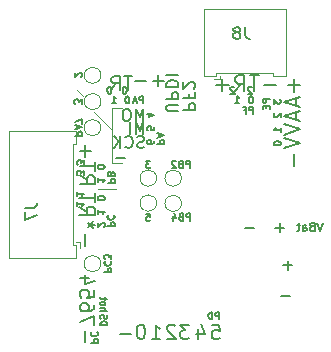
<source format=gbr>
G04 #@! TF.GenerationSoftware,KiCad,Pcbnew,(5.1.8-0-10_14)*
G04 #@! TF.CreationDate,2021-11-26T07:07:57-05:00*
G04 #@! TF.ProjectId,4809Rc,34383039-5263-42e6-9b69-6361645f7063,rev?*
G04 #@! TF.SameCoordinates,Original*
G04 #@! TF.FileFunction,Legend,Bot*
G04 #@! TF.FilePolarity,Positive*
%FSLAX46Y46*%
G04 Gerber Fmt 4.6, Leading zero omitted, Abs format (unit mm)*
G04 Created by KiCad (PCBNEW (5.1.8-0-10_14)) date 2021-11-26 07:07:57*
%MOMM*%
%LPD*%
G01*
G04 APERTURE LIST*
%ADD10C,0.120000*%
%ADD11C,0.150000*%
G04 APERTURE END LIST*
D10*
X149019260Y-93741240D02*
X150555960Y-93741240D01*
X150230840Y-86842600D02*
X151119840Y-86842600D01*
X150228300Y-91485720D02*
X151130000Y-91485720D01*
X147751800Y-85867240D02*
X147259040Y-85351620D01*
D11*
X154610920Y-84533094D02*
X153696634Y-84533094D01*
X154153777Y-84990237D02*
X154153777Y-84075951D01*
X153125205Y-84533094D02*
X152210920Y-84533094D01*
X147112071Y-89174585D02*
X147712071Y-89174585D01*
X147712071Y-88946014D01*
X147683500Y-88888871D01*
X147654928Y-88860300D01*
X147597785Y-88831728D01*
X147512071Y-88831728D01*
X147454928Y-88860300D01*
X147426357Y-88888871D01*
X147397785Y-88946014D01*
X147397785Y-89174585D01*
X147283500Y-88603157D02*
X147283500Y-88317442D01*
X147112071Y-88660300D02*
X147712071Y-88460300D01*
X147112071Y-88260300D01*
X156883042Y-96372328D02*
X156883042Y-95772328D01*
X156654471Y-95772328D01*
X156597328Y-95800900D01*
X156568757Y-95829471D01*
X156540185Y-95886614D01*
X156540185Y-95972328D01*
X156568757Y-96029471D01*
X156597328Y-96058042D01*
X156654471Y-96086614D01*
X156883042Y-96086614D01*
X156083042Y-96058042D02*
X155997328Y-96086614D01*
X155968757Y-96115185D01*
X155940185Y-96172328D01*
X155940185Y-96258042D01*
X155968757Y-96315185D01*
X155997328Y-96343757D01*
X156054471Y-96372328D01*
X156283042Y-96372328D01*
X156283042Y-95772328D01*
X156083042Y-95772328D01*
X156025900Y-95800900D01*
X155997328Y-95829471D01*
X155968757Y-95886614D01*
X155968757Y-95943757D01*
X155997328Y-96000900D01*
X156025900Y-96029471D01*
X156083042Y-96058042D01*
X156283042Y-96058042D01*
X153158842Y-95785028D02*
X153444557Y-95785028D01*
X153473128Y-96070742D01*
X153444557Y-96042171D01*
X153387414Y-96013600D01*
X153244557Y-96013600D01*
X153187414Y-96042171D01*
X153158842Y-96070742D01*
X153130271Y-96127885D01*
X153130271Y-96270742D01*
X153158842Y-96327885D01*
X153187414Y-96356457D01*
X153244557Y-96385028D01*
X153387414Y-96385028D01*
X153444557Y-96356457D01*
X153473128Y-96327885D01*
X153483920Y-91317168D02*
X153112491Y-91317168D01*
X153312491Y-91545740D01*
X153226777Y-91545740D01*
X153169634Y-91574311D01*
X153141062Y-91602882D01*
X153112491Y-91660025D01*
X153112491Y-91802882D01*
X153141062Y-91860025D01*
X153169634Y-91888597D01*
X153226777Y-91917168D01*
X153398205Y-91917168D01*
X153455348Y-91888597D01*
X153483920Y-91860025D01*
X155639748Y-91374311D02*
X155611177Y-91345740D01*
X155554034Y-91317168D01*
X155411177Y-91317168D01*
X155354034Y-91345740D01*
X155325462Y-91374311D01*
X155296891Y-91431454D01*
X155296891Y-91488597D01*
X155325462Y-91574311D01*
X155668320Y-91917168D01*
X155296891Y-91917168D01*
X156865262Y-91904468D02*
X156865262Y-91304468D01*
X156636691Y-91304468D01*
X156579548Y-91333040D01*
X156550977Y-91361611D01*
X156522405Y-91418754D01*
X156522405Y-91504468D01*
X156550977Y-91561611D01*
X156579548Y-91590182D01*
X156636691Y-91618754D01*
X156865262Y-91618754D01*
X156065262Y-91590182D02*
X155979548Y-91618754D01*
X155950977Y-91647325D01*
X155922405Y-91704468D01*
X155922405Y-91790182D01*
X155950977Y-91847325D01*
X155979548Y-91875897D01*
X156036691Y-91904468D01*
X156265262Y-91904468D01*
X156265262Y-91304468D01*
X156065262Y-91304468D01*
X156008120Y-91333040D01*
X155979548Y-91361611D01*
X155950977Y-91418754D01*
X155950977Y-91475897D01*
X155979548Y-91533040D01*
X156008120Y-91561611D01*
X156065262Y-91590182D01*
X156265262Y-91590182D01*
X155371814Y-95985028D02*
X155371814Y-96385028D01*
X155514671Y-95756457D02*
X155657528Y-96185028D01*
X155286100Y-96185028D01*
X147696831Y-88203380D02*
X147696831Y-87803380D01*
X147096831Y-88060522D01*
X147647308Y-84207328D02*
X147675880Y-84178757D01*
X147704451Y-84121614D01*
X147704451Y-83978757D01*
X147675880Y-83921614D01*
X147647308Y-83893042D01*
X147590165Y-83864471D01*
X147533022Y-83864471D01*
X147447308Y-83893042D01*
X147104451Y-84235900D01*
X147104451Y-83864471D01*
X147663811Y-86496500D02*
X147663811Y-86125071D01*
X147435240Y-86325071D01*
X147435240Y-86239357D01*
X147406668Y-86182214D01*
X147378097Y-86153642D01*
X147320954Y-86125071D01*
X147178097Y-86125071D01*
X147120954Y-86153642D01*
X147092382Y-86182214D01*
X147063811Y-86239357D01*
X147063811Y-86410785D01*
X147092382Y-86467928D01*
X147120954Y-86496500D01*
X151572943Y-85853628D02*
X151515800Y-85853628D01*
X151458657Y-85882200D01*
X151430086Y-85910771D01*
X151401514Y-85967914D01*
X151372943Y-86082200D01*
X151372943Y-86225057D01*
X151401514Y-86339342D01*
X151430086Y-86396485D01*
X151458657Y-86425057D01*
X151515800Y-86453628D01*
X151572943Y-86453628D01*
X151630086Y-86425057D01*
X151658657Y-86396485D01*
X151687229Y-86339342D01*
X151715800Y-86225057D01*
X151715800Y-86082200D01*
X151687229Y-85967914D01*
X151658657Y-85910771D01*
X151630086Y-85882200D01*
X151572943Y-85853628D01*
X150217243Y-86453628D02*
X150560100Y-86453628D01*
X150388672Y-86453628D02*
X150388672Y-85853628D01*
X150445814Y-85939342D01*
X150502957Y-85996485D01*
X150560100Y-86025057D01*
X152900645Y-86453628D02*
X152900645Y-85853628D01*
X152672074Y-85853628D01*
X152614931Y-85882200D01*
X152586360Y-85910771D01*
X152557788Y-85967914D01*
X152557788Y-86053628D01*
X152586360Y-86110771D01*
X152614931Y-86139342D01*
X152672074Y-86167914D01*
X152900645Y-86167914D01*
X152329217Y-86282200D02*
X152043502Y-86282200D01*
X152386360Y-86453628D02*
X152186360Y-85853628D01*
X151986360Y-86453628D01*
X165315852Y-102725528D02*
X164553947Y-102725528D01*
X165493652Y-100147428D02*
X164731747Y-100147428D01*
X165112700Y-100528380D02*
X165112700Y-99766476D01*
X162096428Y-85085271D02*
X162067857Y-85056700D01*
X162010714Y-85028128D01*
X161867857Y-85028128D01*
X161810714Y-85056700D01*
X161782142Y-85085271D01*
X161753571Y-85142414D01*
X161753571Y-85199557D01*
X161782142Y-85285271D01*
X162125000Y-85628128D01*
X161753571Y-85628128D01*
X160597828Y-85085271D02*
X160569257Y-85056700D01*
X160512114Y-85028128D01*
X160369257Y-85028128D01*
X160312114Y-85056700D01*
X160283542Y-85085271D01*
X160254971Y-85142414D01*
X160254971Y-85199557D01*
X160283542Y-85285271D01*
X160626400Y-85628128D01*
X160254971Y-85628128D01*
X162186885Y-87329928D02*
X162186885Y-86729928D01*
X161958314Y-86729928D01*
X161901171Y-86758500D01*
X161872600Y-86787071D01*
X161844028Y-86844214D01*
X161844028Y-86929928D01*
X161872600Y-86987071D01*
X161901171Y-87015642D01*
X161958314Y-87044214D01*
X162186885Y-87044214D01*
X161386885Y-87015642D02*
X161586885Y-87015642D01*
X161586885Y-87329928D02*
X161586885Y-86729928D01*
X161301171Y-86729928D01*
X160694743Y-86415528D02*
X161037600Y-86415528D01*
X160866172Y-86415528D02*
X160866172Y-85815528D01*
X160923314Y-85901242D01*
X160980457Y-85958385D01*
X161037600Y-85986957D01*
X162050443Y-85815528D02*
X161993300Y-85815528D01*
X161936157Y-85844100D01*
X161907586Y-85872671D01*
X161879014Y-85929814D01*
X161850443Y-86044100D01*
X161850443Y-86186957D01*
X161879014Y-86301242D01*
X161907586Y-86358385D01*
X161936157Y-86386957D01*
X161993300Y-86415528D01*
X162050443Y-86415528D01*
X162107586Y-86386957D01*
X162136157Y-86358385D01*
X162164729Y-86301242D01*
X162193300Y-86186957D01*
X162193300Y-86044100D01*
X162164729Y-85929814D01*
X162136157Y-85872671D01*
X162107586Y-85844100D01*
X162050443Y-85815528D01*
X164159485Y-84907028D02*
X163130914Y-84907028D01*
X162680914Y-84071314D02*
X161909485Y-84071314D01*
X162295200Y-85421314D02*
X162295200Y-84071314D01*
X160688057Y-85421314D02*
X161138057Y-84778457D01*
X161459485Y-85421314D02*
X161459485Y-84071314D01*
X160945200Y-84071314D01*
X160816628Y-84135600D01*
X160752342Y-84199885D01*
X160688057Y-84328457D01*
X160688057Y-84521314D01*
X160752342Y-84649885D01*
X160816628Y-84714171D01*
X160945200Y-84778457D01*
X161459485Y-84778457D01*
X160109485Y-84907028D02*
X159080914Y-84907028D01*
X159595200Y-85421314D02*
X159595200Y-84392742D01*
X163920528Y-86121900D02*
X163920528Y-86493328D01*
X164149100Y-86293328D01*
X164149100Y-86379042D01*
X164177671Y-86436185D01*
X164206242Y-86464757D01*
X164263385Y-86493328D01*
X164406242Y-86493328D01*
X164463385Y-86464757D01*
X164491957Y-86436185D01*
X164520528Y-86379042D01*
X164520528Y-86207614D01*
X164491957Y-86150471D01*
X164463385Y-86121900D01*
X163977671Y-87263343D02*
X163949100Y-87291914D01*
X163920528Y-87349057D01*
X163920528Y-87491914D01*
X163949100Y-87549057D01*
X163977671Y-87577629D01*
X164034814Y-87606200D01*
X164091957Y-87606200D01*
X164177671Y-87577629D01*
X164520528Y-87234772D01*
X164520528Y-87606200D01*
X163593428Y-86058428D02*
X162993428Y-86058428D01*
X162993428Y-86287000D01*
X163022000Y-86344142D01*
X163050571Y-86372714D01*
X163107714Y-86401285D01*
X163193428Y-86401285D01*
X163250571Y-86372714D01*
X163279142Y-86344142D01*
X163307714Y-86287000D01*
X163307714Y-86058428D01*
X163279142Y-86658428D02*
X163279142Y-86858428D01*
X163593428Y-86944142D02*
X163593428Y-86658428D01*
X162993428Y-86658428D01*
X162993428Y-86944142D01*
X163920528Y-89819200D02*
X163920528Y-89876343D01*
X163949100Y-89933486D01*
X163977671Y-89962057D01*
X164034814Y-89990629D01*
X164149100Y-90019200D01*
X164291957Y-90019200D01*
X164406242Y-89990629D01*
X164463385Y-89962057D01*
X164491957Y-89933486D01*
X164520528Y-89876343D01*
X164520528Y-89819200D01*
X164491957Y-89762057D01*
X164463385Y-89733486D01*
X164406242Y-89704914D01*
X164291957Y-89676343D01*
X164149100Y-89676343D01*
X164034814Y-89704914D01*
X163977671Y-89733486D01*
X163949100Y-89762057D01*
X163920528Y-89819200D01*
X164520528Y-88863500D02*
X164520528Y-88520643D01*
X164520528Y-88692072D02*
X163920528Y-88692072D01*
X164006242Y-88634929D01*
X164063385Y-88577786D01*
X164091957Y-88520643D01*
X165653628Y-84422914D02*
X165653628Y-85451485D01*
X166167914Y-84937200D02*
X165139342Y-84937200D01*
X165782200Y-86030057D02*
X165782200Y-86672914D01*
X166167914Y-85901485D02*
X164817914Y-86351485D01*
X166167914Y-86801485D01*
X165782200Y-87187200D02*
X165782200Y-87830057D01*
X166167914Y-87058628D02*
X164817914Y-87508628D01*
X166167914Y-87958628D01*
X164817914Y-88215771D02*
X166167914Y-88665771D01*
X164817914Y-89115771D01*
X164817914Y-89372914D02*
X166167914Y-89822914D01*
X164817914Y-90272914D01*
X165653628Y-90722914D02*
X165653628Y-91751485D01*
X162267852Y-96997828D02*
X161505947Y-96997828D01*
X159334142Y-104741628D02*
X159334142Y-104141628D01*
X159105571Y-104141628D01*
X159048428Y-104170200D01*
X159019857Y-104198771D01*
X158991285Y-104255914D01*
X158991285Y-104341628D01*
X159019857Y-104398771D01*
X159048428Y-104427342D01*
X159105571Y-104455914D01*
X159334142Y-104455914D01*
X158734142Y-104741628D02*
X158734142Y-104141628D01*
X158591285Y-104141628D01*
X158505571Y-104170200D01*
X158448428Y-104227342D01*
X158419857Y-104284485D01*
X158391285Y-104398771D01*
X158391285Y-104484485D01*
X158419857Y-104598771D01*
X158448428Y-104655914D01*
X158505571Y-104713057D01*
X158591285Y-104741628D01*
X158734142Y-104741628D01*
X152742800Y-105197357D02*
X152628514Y-105197357D01*
X152514228Y-105254500D01*
X152457085Y-105311642D01*
X152399942Y-105425928D01*
X152342800Y-105654500D01*
X152342800Y-105940214D01*
X152399942Y-106168785D01*
X152457085Y-106283071D01*
X152514228Y-106340214D01*
X152628514Y-106397357D01*
X152742800Y-106397357D01*
X152857085Y-106340214D01*
X152914228Y-106283071D01*
X152971371Y-106168785D01*
X153028514Y-105940214D01*
X153028514Y-105654500D01*
X152971371Y-105425928D01*
X152914228Y-105311642D01*
X152857085Y-105254500D01*
X152742800Y-105197357D01*
X151828514Y-105940214D02*
X150914228Y-105940214D01*
X153631942Y-106397357D02*
X154317657Y-106397357D01*
X153974800Y-106397357D02*
X153974800Y-105197357D01*
X154089085Y-105368785D01*
X154203371Y-105483071D01*
X154317657Y-105540214D01*
X155587657Y-105311642D02*
X155530514Y-105254500D01*
X155416228Y-105197357D01*
X155130514Y-105197357D01*
X155016228Y-105254500D01*
X154959085Y-105311642D01*
X154901942Y-105425928D01*
X154901942Y-105540214D01*
X154959085Y-105711642D01*
X155644800Y-106397357D01*
X154901942Y-106397357D01*
X157505428Y-105597357D02*
X157505428Y-106397357D01*
X157791142Y-105140214D02*
X158076857Y-105997357D01*
X157334000Y-105997357D01*
X156775100Y-105197357D02*
X156032242Y-105197357D01*
X156432242Y-105654500D01*
X156260814Y-105654500D01*
X156146528Y-105711642D01*
X156089385Y-105768785D01*
X156032242Y-105883071D01*
X156032242Y-106168785D01*
X156089385Y-106283071D01*
X156146528Y-106340214D01*
X156260814Y-106397357D01*
X156603671Y-106397357D01*
X156717957Y-106340214D01*
X156775100Y-106283071D01*
X149260911Y-105243802D02*
X149860911Y-105243802D01*
X149860911Y-105100945D01*
X149832340Y-105015231D01*
X149775197Y-104958088D01*
X149718054Y-104929517D01*
X149603768Y-104900945D01*
X149518054Y-104900945D01*
X149403768Y-104929517D01*
X149346625Y-104958088D01*
X149289482Y-105015231D01*
X149260911Y-105100945D01*
X149260911Y-105243802D01*
X149289482Y-104672374D02*
X149260911Y-104586660D01*
X149260911Y-104443802D01*
X149289482Y-104386660D01*
X149318054Y-104358088D01*
X149375197Y-104329517D01*
X149432340Y-104329517D01*
X149489482Y-104358088D01*
X149518054Y-104386660D01*
X149546625Y-104443802D01*
X149575197Y-104558088D01*
X149603768Y-104615231D01*
X149632340Y-104643802D01*
X149689482Y-104672374D01*
X149746625Y-104672374D01*
X149803768Y-104643802D01*
X149832340Y-104615231D01*
X149860911Y-104558088D01*
X149860911Y-104415231D01*
X149832340Y-104329517D01*
X149260911Y-104072374D02*
X149860911Y-104072374D01*
X149260911Y-103815231D02*
X149575197Y-103815231D01*
X149632340Y-103843802D01*
X149660911Y-103900945D01*
X149660911Y-103986660D01*
X149632340Y-104043802D01*
X149603768Y-104072374D01*
X149260911Y-103443802D02*
X149289482Y-103500945D01*
X149318054Y-103529517D01*
X149375197Y-103558088D01*
X149546625Y-103558088D01*
X149603768Y-103529517D01*
X149632340Y-103500945D01*
X149660911Y-103443802D01*
X149660911Y-103358088D01*
X149632340Y-103300945D01*
X149603768Y-103272374D01*
X149546625Y-103243802D01*
X149375197Y-103243802D01*
X149318054Y-103272374D01*
X149289482Y-103300945D01*
X149260911Y-103358088D01*
X149260911Y-103443802D01*
X149660911Y-103072374D02*
X149660911Y-102843802D01*
X149860911Y-102986660D02*
X149346625Y-102986660D01*
X149289482Y-102958088D01*
X149260911Y-102900945D01*
X149260911Y-102843802D01*
X148445571Y-106718042D02*
X149045571Y-106718042D01*
X149045571Y-106489471D01*
X149017000Y-106432328D01*
X148988428Y-106403757D01*
X148931285Y-106375185D01*
X148845571Y-106375185D01*
X148788428Y-106403757D01*
X148759857Y-106432328D01*
X148731285Y-106489471D01*
X148731285Y-106718042D01*
X148502714Y-105775185D02*
X148474142Y-105803757D01*
X148445571Y-105889471D01*
X148445571Y-105946614D01*
X148474142Y-106032328D01*
X148531285Y-106089471D01*
X148588428Y-106118042D01*
X148702714Y-106146614D01*
X148788428Y-106146614D01*
X148902714Y-106118042D01*
X148959857Y-106089471D01*
X149017000Y-106032328D01*
X149045571Y-105946614D01*
X149045571Y-105889471D01*
X149017000Y-105803757D01*
X148988428Y-105775185D01*
X149572628Y-96907328D02*
X149601200Y-96878757D01*
X149629771Y-96821614D01*
X149629771Y-96678757D01*
X149601200Y-96621614D01*
X149572628Y-96593042D01*
X149515485Y-96564471D01*
X149458342Y-96564471D01*
X149372628Y-96593042D01*
X149029771Y-96935900D01*
X149029771Y-96564471D01*
X147976442Y-98528714D02*
X147976442Y-97538238D01*
X148781204Y-96733476D02*
X148471680Y-96733476D01*
X148595490Y-97043000D02*
X148471680Y-96733476D01*
X148595490Y-96423952D01*
X148224061Y-96919190D02*
X148471680Y-96733476D01*
X148224061Y-96547761D01*
X147481204Y-95185857D02*
X148100252Y-95619190D01*
X147481204Y-95928714D02*
X148781204Y-95928714D01*
X148781204Y-95433476D01*
X148719300Y-95309666D01*
X148657395Y-95247761D01*
X148533585Y-95185857D01*
X148347871Y-95185857D01*
X148224061Y-95247761D01*
X148162157Y-95309666D01*
X148100252Y-95433476D01*
X148100252Y-95928714D01*
X148781204Y-94814428D02*
X148781204Y-94071571D01*
X147481204Y-94443000D02*
X148781204Y-94443000D01*
X147277171Y-94811871D02*
X147277171Y-95154728D01*
X147277171Y-94983300D02*
X147877171Y-94983300D01*
X147791457Y-95040442D01*
X147734314Y-95097585D01*
X147705742Y-95154728D01*
X147277171Y-93922871D02*
X147277171Y-94265728D01*
X147277171Y-94094300D02*
X147877171Y-94094300D01*
X147791457Y-94151442D01*
X147734314Y-94208585D01*
X147705742Y-94265728D01*
X149617071Y-94508599D02*
X149617071Y-94451456D01*
X149588500Y-94394313D01*
X149559928Y-94365742D01*
X149502785Y-94337170D01*
X149388500Y-94308599D01*
X149245642Y-94308599D01*
X149131357Y-94337170D01*
X149074214Y-94365742D01*
X149045642Y-94394313D01*
X149017071Y-94451456D01*
X149017071Y-94508599D01*
X149045642Y-94565742D01*
X149074214Y-94594313D01*
X149131357Y-94622885D01*
X149245642Y-94651456D01*
X149388500Y-94651456D01*
X149502785Y-94622885D01*
X149559928Y-94594313D01*
X149588500Y-94565742D01*
X149617071Y-94508599D01*
X149029771Y-95464299D02*
X149029771Y-95807156D01*
X149029771Y-95635728D02*
X149629771Y-95635728D01*
X149544057Y-95692870D01*
X149486914Y-95750013D01*
X149458342Y-95807156D01*
X149855271Y-96878757D02*
X150455271Y-96878757D01*
X150455271Y-96650186D01*
X150426700Y-96593043D01*
X150398128Y-96564472D01*
X150340985Y-96535900D01*
X150255271Y-96535900D01*
X150198128Y-96564472D01*
X150169557Y-96593043D01*
X150140985Y-96650186D01*
X150140985Y-96878757D01*
X149912414Y-95935900D02*
X149883842Y-95964472D01*
X149855271Y-96050186D01*
X149855271Y-96107329D01*
X149883842Y-96193043D01*
X149940985Y-96250186D01*
X149998128Y-96278757D01*
X150112414Y-96307329D01*
X150198128Y-96307329D01*
X150312414Y-96278757D01*
X150369557Y-96250186D01*
X150426700Y-96193043D01*
X150455271Y-96107329D01*
X150455271Y-96050186D01*
X150426700Y-95964472D01*
X150398128Y-95935900D01*
X149029771Y-92809999D02*
X149029771Y-93152856D01*
X149029771Y-92981428D02*
X149629771Y-92981428D01*
X149544057Y-93038570D01*
X149486914Y-93095713D01*
X149458342Y-93152856D01*
X149867971Y-93167142D02*
X150467971Y-93167142D01*
X150467971Y-92938571D01*
X150439400Y-92881428D01*
X150410828Y-92852857D01*
X150353685Y-92824285D01*
X150267971Y-92824285D01*
X150210828Y-92852857D01*
X150182257Y-92881428D01*
X150153685Y-92938571D01*
X150153685Y-93167142D01*
X150182257Y-92367142D02*
X150153685Y-92281428D01*
X150125114Y-92252857D01*
X150067971Y-92224285D01*
X149982257Y-92224285D01*
X149925114Y-92252857D01*
X149896542Y-92281428D01*
X149867971Y-92338571D01*
X149867971Y-92567142D01*
X150467971Y-92567142D01*
X150467971Y-92367142D01*
X150439400Y-92310000D01*
X150410828Y-92281428D01*
X150353685Y-92252857D01*
X150296542Y-92252857D01*
X150239400Y-92281428D01*
X150210828Y-92310000D01*
X150182257Y-92367142D01*
X150182257Y-92567142D01*
X149617071Y-91854299D02*
X149617071Y-91797156D01*
X149588500Y-91740013D01*
X149559928Y-91711442D01*
X149502785Y-91682870D01*
X149388500Y-91654299D01*
X149245642Y-91654299D01*
X149131357Y-91682870D01*
X149074214Y-91711442D01*
X149045642Y-91740013D01*
X149017071Y-91797156D01*
X149017071Y-91854299D01*
X149045642Y-91911442D01*
X149074214Y-91940013D01*
X149131357Y-91968585D01*
X149245642Y-91997156D01*
X149388500Y-91997156D01*
X149502785Y-91968585D01*
X149559928Y-91940013D01*
X149588500Y-91911442D01*
X149617071Y-91854299D01*
X153600451Y-87317242D02*
X153200451Y-87317242D01*
X153829022Y-87460099D02*
X153400451Y-87602956D01*
X153400451Y-87231528D01*
X153800451Y-88418970D02*
X153800451Y-88704685D01*
X153514737Y-88733256D01*
X153543308Y-88704685D01*
X153571880Y-88647542D01*
X153571880Y-88504685D01*
X153543308Y-88447542D01*
X153514737Y-88418970D01*
X153457594Y-88390399D01*
X153314737Y-88390399D01*
X153257594Y-88418970D01*
X153229022Y-88447542D01*
X153200451Y-88504685D01*
X153200451Y-88647542D01*
X153229022Y-88704685D01*
X153257594Y-88733256D01*
X153813151Y-89603242D02*
X153813151Y-89717528D01*
X153784580Y-89774670D01*
X153756008Y-89803242D01*
X153670294Y-89860385D01*
X153556008Y-89888956D01*
X153327437Y-89888956D01*
X153270294Y-89860385D01*
X153241722Y-89831813D01*
X153213151Y-89774670D01*
X153213151Y-89660385D01*
X153241722Y-89603242D01*
X153270294Y-89574670D01*
X153327437Y-89546099D01*
X153470294Y-89546099D01*
X153527437Y-89574670D01*
X153556008Y-89603242D01*
X153584580Y-89660385D01*
X153584580Y-89774670D01*
X153556008Y-89831813D01*
X153527437Y-89860385D01*
X153470294Y-89888956D01*
X154051351Y-89860385D02*
X154651351Y-89860385D01*
X154651351Y-89631814D01*
X154622780Y-89574671D01*
X154594208Y-89546100D01*
X154537065Y-89517528D01*
X154451351Y-89517528D01*
X154394208Y-89546100D01*
X154365637Y-89574671D01*
X154337065Y-89631814D01*
X154337065Y-89860385D01*
X154222780Y-89288957D02*
X154222780Y-89003242D01*
X154051351Y-89346100D02*
X154651351Y-89146100D01*
X154051351Y-88946100D01*
D10*
X150225760Y-86847680D02*
X150225760Y-91473020D01*
D11*
X164833252Y-96972428D02*
X164071347Y-96972428D01*
X164452300Y-97353380D02*
X164452300Y-96591476D01*
X168092300Y-96543066D02*
X167858966Y-97243066D01*
X167625633Y-96543066D01*
X167158966Y-96876400D02*
X167058966Y-96909733D01*
X167025633Y-96943066D01*
X166992300Y-97009733D01*
X166992300Y-97109733D01*
X167025633Y-97176400D01*
X167058966Y-97209733D01*
X167125633Y-97243066D01*
X167392300Y-97243066D01*
X167392300Y-96543066D01*
X167158966Y-96543066D01*
X167092300Y-96576400D01*
X167058966Y-96609733D01*
X167025633Y-96676400D01*
X167025633Y-96743066D01*
X167058966Y-96809733D01*
X167092300Y-96843066D01*
X167158966Y-96876400D01*
X167392300Y-96876400D01*
X166392300Y-97243066D02*
X166392300Y-96876400D01*
X166425633Y-96809733D01*
X166492300Y-96776400D01*
X166625633Y-96776400D01*
X166692300Y-96809733D01*
X166392300Y-97209733D02*
X166458966Y-97243066D01*
X166625633Y-97243066D01*
X166692300Y-97209733D01*
X166725633Y-97143066D01*
X166725633Y-97076400D01*
X166692300Y-97009733D01*
X166625633Y-96976400D01*
X166458966Y-96976400D01*
X166392300Y-96943066D01*
X166158966Y-96776400D02*
X165892300Y-96776400D01*
X166058966Y-96543066D02*
X166058966Y-97143066D01*
X166025633Y-97209733D01*
X165958966Y-97243066D01*
X165892300Y-97243066D01*
D10*
X150230840Y-88704420D02*
X148739860Y-87205820D01*
D11*
X150040971Y-85040828D02*
X149983828Y-85040828D01*
X149926685Y-85069400D01*
X149898114Y-85097971D01*
X149869542Y-85155114D01*
X149840971Y-85269400D01*
X149840971Y-85412257D01*
X149869542Y-85526542D01*
X149898114Y-85583685D01*
X149926685Y-85612257D01*
X149983828Y-85640828D01*
X150040971Y-85640828D01*
X150098114Y-85612257D01*
X150126685Y-85583685D01*
X150155257Y-85526542D01*
X150183828Y-85412257D01*
X150183828Y-85269400D01*
X150155257Y-85155114D01*
X150126685Y-85097971D01*
X150098114Y-85069400D01*
X150040971Y-85040828D01*
X151336371Y-85040828D02*
X151279228Y-85040828D01*
X151222085Y-85069400D01*
X151193514Y-85097971D01*
X151164942Y-85155114D01*
X151136371Y-85269400D01*
X151136371Y-85412257D01*
X151164942Y-85526542D01*
X151193514Y-85583685D01*
X151222085Y-85612257D01*
X151279228Y-85640828D01*
X151336371Y-85640828D01*
X151393514Y-85612257D01*
X151422085Y-85583685D01*
X151450657Y-85526542D01*
X151479228Y-85412257D01*
X151479228Y-85269400D01*
X151450657Y-85155114D01*
X151422085Y-85097971D01*
X151393514Y-85069400D01*
X151336371Y-85040828D01*
X156252919Y-87005966D02*
X157252919Y-87005966D01*
X157252919Y-86625014D01*
X157205300Y-86529776D01*
X157157680Y-86482157D01*
X157062442Y-86434538D01*
X156919585Y-86434538D01*
X156824347Y-86482157D01*
X156776728Y-86529776D01*
X156729109Y-86625014D01*
X156729109Y-87005966D01*
X156776728Y-85672633D02*
X156776728Y-86005966D01*
X156252919Y-86005966D02*
X157252919Y-86005966D01*
X157252919Y-85529776D01*
X157157680Y-85196442D02*
X157205300Y-85148823D01*
X157252919Y-85053585D01*
X157252919Y-84815490D01*
X157205300Y-84720252D01*
X157157680Y-84672633D01*
X157062442Y-84625014D01*
X156967204Y-84625014D01*
X156824347Y-84672633D01*
X156252919Y-85244061D01*
X156252919Y-84625014D01*
X155855919Y-87121809D02*
X155046395Y-87121809D01*
X154951157Y-87074190D01*
X154903538Y-87026571D01*
X154855919Y-86931333D01*
X154855919Y-86740857D01*
X154903538Y-86645619D01*
X154951157Y-86598000D01*
X155046395Y-86550380D01*
X155855919Y-86550380D01*
X154855919Y-86074190D02*
X155855919Y-86074190D01*
X155855919Y-85693238D01*
X155808300Y-85598000D01*
X155760680Y-85550380D01*
X155665442Y-85502761D01*
X155522585Y-85502761D01*
X155427347Y-85550380D01*
X155379728Y-85598000D01*
X155332109Y-85693238D01*
X155332109Y-86074190D01*
X154855919Y-85074190D02*
X155855919Y-85074190D01*
X155855919Y-84836095D01*
X155808300Y-84693238D01*
X155713061Y-84598000D01*
X155617823Y-84550380D01*
X155427347Y-84502761D01*
X155284490Y-84502761D01*
X155094014Y-84550380D01*
X154998776Y-84598000D01*
X154903538Y-84693238D01*
X154855919Y-84836095D01*
X154855919Y-85074190D01*
X154855919Y-84074190D02*
X155855919Y-84074190D01*
X151971257Y-84140757D02*
X151285542Y-84140757D01*
X151628400Y-85340757D02*
X151628400Y-84140757D01*
X150199828Y-85340757D02*
X150599828Y-84769328D01*
X150885542Y-85340757D02*
X150885542Y-84140757D01*
X150428400Y-84140757D01*
X150314114Y-84197900D01*
X150256971Y-84255042D01*
X150199828Y-84369328D01*
X150199828Y-84540757D01*
X150256971Y-84655042D01*
X150314114Y-84712185D01*
X150428400Y-84769328D01*
X150885542Y-84769328D01*
X151368712Y-91117728D02*
X150606807Y-91117728D01*
X152954194Y-90181061D02*
X152811337Y-90228680D01*
X152573241Y-90228680D01*
X152478003Y-90181061D01*
X152430384Y-90133442D01*
X152382765Y-90038204D01*
X152382765Y-89942966D01*
X152430384Y-89847728D01*
X152478003Y-89800109D01*
X152573241Y-89752490D01*
X152763718Y-89704871D01*
X152858956Y-89657252D01*
X152906575Y-89609633D01*
X152954194Y-89514395D01*
X152954194Y-89419157D01*
X152906575Y-89323919D01*
X152858956Y-89276300D01*
X152763718Y-89228680D01*
X152525622Y-89228680D01*
X152382765Y-89276300D01*
X151382765Y-90133442D02*
X151430384Y-90181061D01*
X151573241Y-90228680D01*
X151668480Y-90228680D01*
X151811337Y-90181061D01*
X151906575Y-90085823D01*
X151954194Y-89990585D01*
X152001813Y-89800109D01*
X152001813Y-89657252D01*
X151954194Y-89466776D01*
X151906575Y-89371538D01*
X151811337Y-89276300D01*
X151668480Y-89228680D01*
X151573241Y-89228680D01*
X151430384Y-89276300D01*
X151382765Y-89323919D01*
X150954194Y-90228680D02*
X150954194Y-89228680D01*
X150382765Y-90228680D02*
X150811337Y-89657252D01*
X150382765Y-89228680D02*
X150954194Y-89800109D01*
X152906575Y-89072980D02*
X152906575Y-88072980D01*
X152573242Y-88787266D01*
X152239908Y-88072980D01*
X152239908Y-89072980D01*
X151763718Y-89072980D02*
X151763718Y-88072980D01*
X152906575Y-87929980D02*
X152906575Y-86929980D01*
X152573242Y-87644266D01*
X152239909Y-86929980D01*
X152239909Y-87929980D01*
X151573242Y-86929980D02*
X151382766Y-86929980D01*
X151287528Y-86977600D01*
X151192290Y-87072838D01*
X151144671Y-87263314D01*
X151144671Y-87596647D01*
X151192290Y-87787123D01*
X151287528Y-87882361D01*
X151382766Y-87929980D01*
X151573242Y-87929980D01*
X151668480Y-87882361D01*
X151763718Y-87787123D01*
X151811337Y-87596647D01*
X151811337Y-87263314D01*
X151763718Y-87072838D01*
X151668480Y-86977600D01*
X151573242Y-86929980D01*
X147877171Y-92529000D02*
X147877171Y-92157571D01*
X147648600Y-92357571D01*
X147648600Y-92271857D01*
X147620028Y-92214714D01*
X147591457Y-92186142D01*
X147534314Y-92157571D01*
X147391457Y-92157571D01*
X147334314Y-92186142D01*
X147305742Y-92214714D01*
X147277171Y-92271857D01*
X147277171Y-92443285D01*
X147305742Y-92500428D01*
X147334314Y-92529000D01*
X147877171Y-91640000D02*
X147877171Y-91268571D01*
X147648600Y-91468571D01*
X147648600Y-91382857D01*
X147620028Y-91325714D01*
X147591457Y-91297142D01*
X147534314Y-91268571D01*
X147391457Y-91268571D01*
X147334314Y-91297142D01*
X147305742Y-91325714D01*
X147277171Y-91382857D01*
X147277171Y-91554285D01*
X147305742Y-91611428D01*
X147334314Y-91640000D01*
X147493904Y-92540819D02*
X148112952Y-92974152D01*
X147493904Y-93283676D02*
X148793904Y-93283676D01*
X148793904Y-92788438D01*
X148732000Y-92664628D01*
X148670095Y-92602723D01*
X148546285Y-92540819D01*
X148360571Y-92540819D01*
X148236761Y-92602723D01*
X148174857Y-92664628D01*
X148112952Y-92788438D01*
X148112952Y-93283676D01*
X148793904Y-92169390D02*
X148793904Y-91426533D01*
X147493904Y-91797961D02*
X148793904Y-91797961D01*
X147989142Y-90993200D02*
X147989142Y-90002723D01*
X147493904Y-90497961D02*
X148484380Y-90497961D01*
X147993085Y-106626985D02*
X147993085Y-105712700D01*
X148735942Y-105255557D02*
X148735942Y-104455557D01*
X147535942Y-104969842D01*
X148735942Y-103484128D02*
X148735942Y-103712700D01*
X148678800Y-103826985D01*
X148621657Y-103884128D01*
X148450228Y-103998414D01*
X148221657Y-104055557D01*
X147764514Y-104055557D01*
X147650228Y-103998414D01*
X147593085Y-103941271D01*
X147535942Y-103826985D01*
X147535942Y-103598414D01*
X147593085Y-103484128D01*
X147650228Y-103426985D01*
X147764514Y-103369842D01*
X148050228Y-103369842D01*
X148164514Y-103426985D01*
X148221657Y-103484128D01*
X148278800Y-103598414D01*
X148278800Y-103826985D01*
X148221657Y-103941271D01*
X148164514Y-103998414D01*
X148050228Y-104055557D01*
X148735942Y-102284128D02*
X148735942Y-102855557D01*
X148164514Y-102912700D01*
X148221657Y-102855557D01*
X148278800Y-102741271D01*
X148278800Y-102455557D01*
X148221657Y-102341271D01*
X148164514Y-102284128D01*
X148050228Y-102226985D01*
X147764514Y-102226985D01*
X147650228Y-102284128D01*
X147593085Y-102341271D01*
X147535942Y-102455557D01*
X147535942Y-102741271D01*
X147593085Y-102855557D01*
X147650228Y-102912700D01*
X148335942Y-101198414D02*
X147535942Y-101198414D01*
X148793085Y-101484128D02*
X147935942Y-101769842D01*
X147935942Y-101026985D01*
X158730985Y-105197357D02*
X159302414Y-105197357D01*
X159359557Y-105768785D01*
X159302414Y-105711642D01*
X159188128Y-105654500D01*
X158902414Y-105654500D01*
X158788128Y-105711642D01*
X158730985Y-105768785D01*
X158673842Y-105883071D01*
X158673842Y-106168785D01*
X158730985Y-106283071D01*
X158788128Y-106340214D01*
X158902414Y-106397357D01*
X159188128Y-106397357D01*
X159302414Y-106340214D01*
X159359557Y-106283071D01*
D10*
X149292540Y-100025200D02*
G75*
G03*
X149292540Y-100025200I-700000J0D01*
G01*
X154016400Y-94898399D02*
G75*
G03*
X154016400Y-94898399I-700000J0D01*
G01*
X156122600Y-94919800D02*
G75*
G03*
X156122600Y-94919800I-700000J0D01*
G01*
X149290000Y-88506300D02*
G75*
G03*
X149290000Y-88506300I-700000J0D01*
G01*
X154016400Y-92786200D02*
G75*
G03*
X154016400Y-92786200I-700000J0D01*
G01*
X156122600Y-92786200D02*
G75*
G03*
X156122600Y-92786200I-700000J0D01*
G01*
X149302700Y-86296500D02*
G75*
G03*
X149302700Y-86296500I-700000J0D01*
G01*
X149302700Y-84086700D02*
G75*
G03*
X149302700Y-84086700I-700000J0D01*
G01*
X159363600Y-84131800D02*
X159363600Y-84431800D01*
X159363600Y-84431800D02*
X158863600Y-84431800D01*
X161488600Y-83841800D02*
X159073600Y-83841800D01*
X159073600Y-83841800D02*
X159073600Y-84141800D01*
X159073600Y-84141800D02*
X158003600Y-84141800D01*
X158003600Y-84141800D02*
X158003600Y-78421800D01*
X158003600Y-78421800D02*
X161488600Y-78421800D01*
X161488600Y-83841800D02*
X163903600Y-83841800D01*
X163903600Y-83841800D02*
X163903600Y-84141800D01*
X163903600Y-84141800D02*
X164973600Y-84141800D01*
X164973600Y-84141800D02*
X164973600Y-78421800D01*
X164973600Y-78421800D02*
X161488600Y-78421800D01*
X147200000Y-98192400D02*
X147500000Y-98192400D01*
X147500000Y-98192400D02*
X147500000Y-98692400D01*
X146910000Y-94192400D02*
X146910000Y-98482400D01*
X146910000Y-98482400D02*
X147210000Y-98482400D01*
X147210000Y-98482400D02*
X147210000Y-99552400D01*
X147210000Y-99552400D02*
X141490000Y-99552400D01*
X141490000Y-99552400D02*
X141490000Y-94192400D01*
X146910000Y-94192400D02*
X146910000Y-89902400D01*
X146910000Y-89902400D02*
X147210000Y-89902400D01*
X147210000Y-89902400D02*
X147210000Y-88832400D01*
X147210000Y-88832400D02*
X141490000Y-88832400D01*
X141490000Y-88832400D02*
X141490000Y-94192400D01*
D11*
X149588571Y-100773137D02*
X150188571Y-100773137D01*
X150188571Y-100544565D01*
X150160000Y-100487422D01*
X150131428Y-100458851D01*
X150074285Y-100430280D01*
X149988571Y-100430280D01*
X149931428Y-100458851D01*
X149902857Y-100487422D01*
X149874285Y-100544565D01*
X149874285Y-100773137D01*
X149645714Y-99830280D02*
X149617142Y-99858851D01*
X149588571Y-99944565D01*
X149588571Y-100001708D01*
X149617142Y-100087422D01*
X149674285Y-100144565D01*
X149731428Y-100173137D01*
X149845714Y-100201708D01*
X149931428Y-100201708D01*
X150045714Y-100173137D01*
X150102857Y-100144565D01*
X150160000Y-100087422D01*
X150188571Y-100001708D01*
X150188571Y-99944565D01*
X150160000Y-99858851D01*
X150131428Y-99830280D01*
X150188571Y-99630280D02*
X150188571Y-99258851D01*
X149960000Y-99458851D01*
X149960000Y-99373137D01*
X149931428Y-99315994D01*
X149902857Y-99287422D01*
X149845714Y-99258851D01*
X149702857Y-99258851D01*
X149645714Y-99287422D01*
X149617142Y-99315994D01*
X149588571Y-99373137D01*
X149588571Y-99544565D01*
X149617142Y-99601708D01*
X149645714Y-99630280D01*
X161521733Y-79983080D02*
X161521733Y-80697366D01*
X161569352Y-80840223D01*
X161664590Y-80935461D01*
X161807447Y-80983080D01*
X161902685Y-80983080D01*
X160902685Y-80411652D02*
X160997923Y-80364033D01*
X161045542Y-80316414D01*
X161093161Y-80221176D01*
X161093161Y-80173557D01*
X161045542Y-80078319D01*
X160997923Y-80030700D01*
X160902685Y-79983080D01*
X160712209Y-79983080D01*
X160616971Y-80030700D01*
X160569352Y-80078319D01*
X160521733Y-80173557D01*
X160521733Y-80221176D01*
X160569352Y-80316414D01*
X160616971Y-80364033D01*
X160712209Y-80411652D01*
X160902685Y-80411652D01*
X160997923Y-80459271D01*
X161045542Y-80506890D01*
X161093161Y-80602128D01*
X161093161Y-80792604D01*
X161045542Y-80887842D01*
X160997923Y-80935461D01*
X160902685Y-80983080D01*
X160712209Y-80983080D01*
X160616971Y-80935461D01*
X160569352Y-80887842D01*
X160521733Y-80792604D01*
X160521733Y-80602128D01*
X160569352Y-80506890D01*
X160616971Y-80459271D01*
X160712209Y-80411652D01*
X142898880Y-95310366D02*
X143613166Y-95310366D01*
X143756023Y-95262747D01*
X143851261Y-95167509D01*
X143898880Y-95024652D01*
X143898880Y-94929414D01*
X142898880Y-95691319D02*
X142898880Y-96357985D01*
X143898880Y-95929414D01*
M02*

</source>
